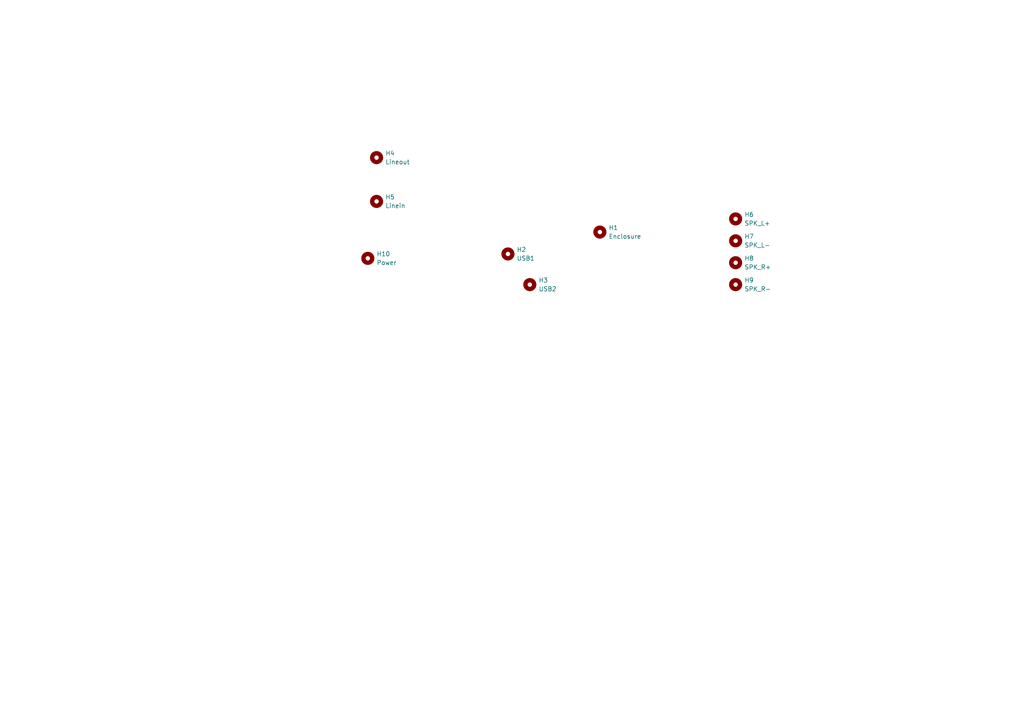
<source format=kicad_sch>
(kicad_sch (version 20210621) (generator eeschema)
  (paper "A4")
  (lib_symbols
    (symbol "Mechanical:MountingHole" (pin_names (offset 1.016))
      (property "Reference" "H" (at 0 5.08 0))
      (property "Value" "MountingHole" (at 0 3.175 0))
      (symbol "MountingHole_0_1"
        (circle (center 0 0) (radius 1.27) (stroke (width 1.27)) (stroke (width 1.27)))
      )
    )
  )
  (symbol (lib_id "Mechanical:MountingHole") (at 106.68 74.93 0) (unit 1)
    (property "Reference" "H10" (at 109.22 73.6599 0) (effects (justify left)))
    (property "Value" "Power" (at 109.22 76.1999 0) (effects (justify left)))
    (property "Footprint" "FrontPanel-Footprints:PanelCutout_Barrel_Jack" (effects hide))
  )
  (symbol (lib_id "Mechanical:MountingHole") (at 109.22 45.72 0) (unit 1)
    (property "Reference" "H4" (at 111.76 44.4499 0) (effects (justify left)))
    (property "Value" "Lineout" (at 111.76 46.9899 0) (effects (justify left)))
    (property "Footprint" "FrontPanel-Footprints:PanelCutout_Jack_3.5mm_Switchcraft_35RASMT4BHNTRX" (effects hide))
  )
  (symbol (lib_id "Mechanical:MountingHole") (at 109.22 58.42 0) (unit 1)
    (property "Reference" "H5" (at 111.76 57.1499 0) (effects (justify left)))
    (property "Value" "Linein" (at 111.76 59.6899 0) (effects (justify left)))
    (property "Footprint" "FrontPanel-Footprints:PanelCutout_Jack_3.5mm_Switchcraft_35RASMT4BHNTRX" (effects hide))
  )
  (symbol (lib_id "Mechanical:MountingHole") (at 147.32 73.66 0) (unit 1)
    (property "Reference" "H2" (at 149.86 72.3899 0) (effects (justify left)))
    (property "Value" "USB1" (at 149.86 74.9299 0) (effects (justify left)))
    (property "Footprint" "FrontPanel-Footprints:PanelCutout_USB-C" (effects hide))
  )
  (symbol (lib_id "Mechanical:MountingHole") (at 153.67 82.55 0) (unit 1)
    (property "Reference" "H3" (at 156.21 81.2799 0) (effects (justify left)))
    (property "Value" "USB2" (at 156.21 83.8199 0) (effects (justify left)))
    (property "Footprint" "FrontPanel-Footprints:PanelCutout_USB-C" (effects hide))
  )
  (symbol (lib_id "Mechanical:MountingHole") (at 173.99 67.31 0) (unit 1)
    (property "Reference" "H1" (at 176.53 66.0399 0) (effects (justify left)))
    (property "Value" "Enclosure" (at 176.53 68.5799 0) (effects (justify left)))
    (property "Footprint" "FrontPanel-Footprints:EnclosureEndPlate_66x43mm" (effects hide))
  )
  (symbol (lib_id "Mechanical:MountingHole") (at 213.36 63.5 0) (unit 1)
    (property "Reference" "H6" (at 215.9 62.2299 0) (effects (justify left)))
    (property "Value" "SPK_L+" (at 215.9 64.7699 0) (effects (justify left)))
    (property "Footprint" "FrontPanel-Footprints:PanelCutout_Banana_Jack_4mm_Deltron_571" (effects hide))
  )
  (symbol (lib_id "Mechanical:MountingHole") (at 213.36 69.85 0) (unit 1)
    (property "Reference" "H7" (at 215.9 68.5799 0) (effects (justify left)))
    (property "Value" "SPK_L-" (at 215.9 71.1199 0) (effects (justify left)))
    (property "Footprint" "FrontPanel-Footprints:PanelCutout_Banana_Jack_4mm_Deltron_571" (effects hide))
  )
  (symbol (lib_id "Mechanical:MountingHole") (at 213.36 76.2 0) (unit 1)
    (property "Reference" "H8" (at 215.9 74.9299 0) (effects (justify left)))
    (property "Value" "SPK_R+" (at 215.9 77.4699 0) (effects (justify left)))
    (property "Footprint" "FrontPanel-Footprints:PanelCutout_Banana_Jack_4mm_Deltron_571" (effects hide))
  )
  (symbol (lib_id "Mechanical:MountingHole") (at 213.36 82.55 0) (unit 1)
    (property "Reference" "H9" (at 215.9 81.2799 0) (effects (justify left)))
    (property "Value" "SPK_R-" (at 215.9 83.8199 0) (effects (justify left)))
    (property "Footprint" "FrontPanel-Footprints:PanelCutout_Banana_Jack_4mm_Deltron_571" (effects hide))
  )
)
</source>
